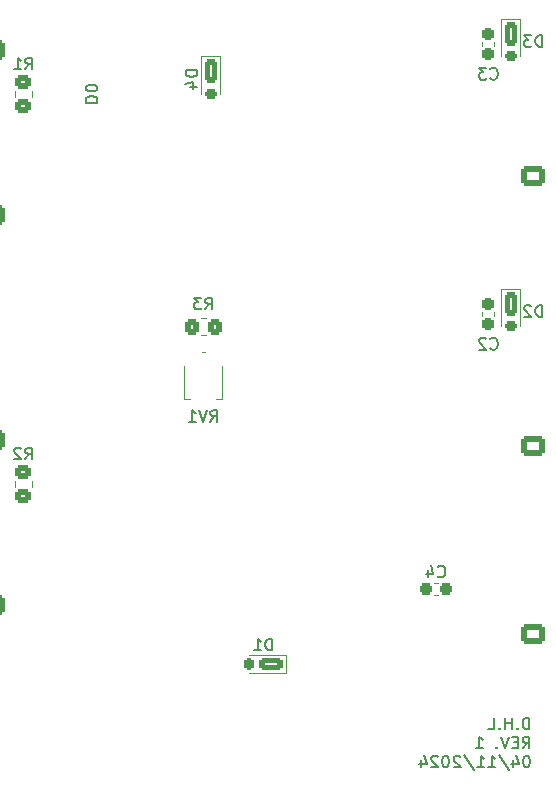
<source format=gbo>
G04 #@! TF.GenerationSoftware,KiCad,Pcbnew,7.0.8*
G04 #@! TF.CreationDate,2024-03-11T02:55:17-07:00*
G04 #@! TF.ProjectId,oc_v1,6f635f76-312e-46b6-9963-61645f706362,1*
G04 #@! TF.SameCoordinates,Original*
G04 #@! TF.FileFunction,Legend,Bot*
G04 #@! TF.FilePolarity,Positive*
%FSLAX46Y46*%
G04 Gerber Fmt 4.6, Leading zero omitted, Abs format (unit mm)*
G04 Created by KiCad (PCBNEW 7.0.8) date 2024-03-11 02:55:17*
%MOMM*%
%LPD*%
G01*
G04 APERTURE LIST*
G04 Aperture macros list*
%AMRoundRect*
0 Rectangle with rounded corners*
0 $1 Rounding radius*
0 $2 $3 $4 $5 $6 $7 $8 $9 X,Y pos of 4 corners*
0 Add a 4 corners polygon primitive as box body*
4,1,4,$2,$3,$4,$5,$6,$7,$8,$9,$2,$3,0*
0 Add four circle primitives for the rounded corners*
1,1,$1+$1,$2,$3*
1,1,$1+$1,$4,$5*
1,1,$1+$1,$6,$7*
1,1,$1+$1,$8,$9*
0 Add four rect primitives between the rounded corners*
20,1,$1+$1,$2,$3,$4,$5,0*
20,1,$1+$1,$4,$5,$6,$7,0*
20,1,$1+$1,$6,$7,$8,$9,0*
20,1,$1+$1,$8,$9,$2,$3,0*%
G04 Aperture macros list end*
%ADD10C,0.150000*%
%ADD11C,0.120000*%
%ADD12R,3.145000X3.145000*%
%ADD13C,3.145000*%
%ADD14RoundRect,0.250000X-0.725000X0.600000X-0.725000X-0.600000X0.725000X-0.600000X0.725000X0.600000X0*%
%ADD15O,1.950000X1.700000*%
%ADD16R,1.700000X1.700000*%
%ADD17O,1.700000X1.700000*%
%ADD18C,1.800000*%
%ADD19C,1.727200*%
%ADD20R,1.727200X1.727200*%
%ADD21RoundRect,0.250000X0.750000X-0.600000X0.750000X0.600000X-0.750000X0.600000X-0.750000X-0.600000X0*%
%ADD22O,2.000000X1.700000*%
%ADD23RoundRect,0.250000X0.725000X-0.600000X0.725000X0.600000X-0.725000X0.600000X-0.725000X-0.600000X0*%
%ADD24R,2.400000X1.600000*%
%ADD25O,2.400000X1.600000*%
%ADD26R,1.600000X1.600000*%
%ADD27C,1.600000*%
%ADD28RoundRect,0.237500X0.300000X0.237500X-0.300000X0.237500X-0.300000X-0.237500X0.300000X-0.237500X0*%
%ADD29RoundRect,0.237500X-0.237500X0.300000X-0.237500X-0.300000X0.237500X-0.300000X0.237500X0.300000X0*%
%ADD30RoundRect,0.250000X-0.350000X-0.450000X0.350000X-0.450000X0.350000X0.450000X-0.350000X0.450000X0*%
%ADD31RoundRect,0.250000X0.300000X-0.750000X0.300000X0.750000X-0.300000X0.750000X-0.300000X-0.750000X0*%
%ADD32RoundRect,0.200000X0.350000X-0.200000X0.350000X0.200000X-0.350000X0.200000X-0.350000X-0.200000X0*%
%ADD33RoundRect,0.250000X0.450000X-0.350000X0.450000X0.350000X-0.450000X0.350000X-0.450000X-0.350000X0*%
%ADD34R,1.200000X1.200000*%
%ADD35R,1.600000X1.500000*%
%ADD36RoundRect,0.250000X-0.750000X-0.300000X0.750000X-0.300000X0.750000X0.300000X-0.750000X0.300000X0*%
%ADD37RoundRect,0.200000X-0.200000X-0.350000X0.200000X-0.350000X0.200000X0.350000X-0.200000X0.350000X0*%
G04 APERTURE END LIST*
D10*
X162223220Y-108409819D02*
X162223220Y-107409819D01*
X162223220Y-107409819D02*
X161985125Y-107409819D01*
X161985125Y-107409819D02*
X161842268Y-107457438D01*
X161842268Y-107457438D02*
X161747030Y-107552676D01*
X161747030Y-107552676D02*
X161699411Y-107647914D01*
X161699411Y-107647914D02*
X161651792Y-107838390D01*
X161651792Y-107838390D02*
X161651792Y-107981247D01*
X161651792Y-107981247D02*
X161699411Y-108171723D01*
X161699411Y-108171723D02*
X161747030Y-108266961D01*
X161747030Y-108266961D02*
X161842268Y-108362200D01*
X161842268Y-108362200D02*
X161985125Y-108409819D01*
X161985125Y-108409819D02*
X162223220Y-108409819D01*
X161223220Y-108314580D02*
X161175601Y-108362200D01*
X161175601Y-108362200D02*
X161223220Y-108409819D01*
X161223220Y-108409819D02*
X161270839Y-108362200D01*
X161270839Y-108362200D02*
X161223220Y-108314580D01*
X161223220Y-108314580D02*
X161223220Y-108409819D01*
X160747030Y-108409819D02*
X160747030Y-107409819D01*
X160747030Y-107886009D02*
X160175602Y-107886009D01*
X160175602Y-108409819D02*
X160175602Y-107409819D01*
X159699411Y-108314580D02*
X159651792Y-108362200D01*
X159651792Y-108362200D02*
X159699411Y-108409819D01*
X159699411Y-108409819D02*
X159747030Y-108362200D01*
X159747030Y-108362200D02*
X159699411Y-108314580D01*
X159699411Y-108314580D02*
X159699411Y-108409819D01*
X158747031Y-108409819D02*
X159223221Y-108409819D01*
X159223221Y-108409819D02*
X159223221Y-107409819D01*
X161651792Y-110019819D02*
X161985125Y-109543628D01*
X162223220Y-110019819D02*
X162223220Y-109019819D01*
X162223220Y-109019819D02*
X161842268Y-109019819D01*
X161842268Y-109019819D02*
X161747030Y-109067438D01*
X161747030Y-109067438D02*
X161699411Y-109115057D01*
X161699411Y-109115057D02*
X161651792Y-109210295D01*
X161651792Y-109210295D02*
X161651792Y-109353152D01*
X161651792Y-109353152D02*
X161699411Y-109448390D01*
X161699411Y-109448390D02*
X161747030Y-109496009D01*
X161747030Y-109496009D02*
X161842268Y-109543628D01*
X161842268Y-109543628D02*
X162223220Y-109543628D01*
X161223220Y-109496009D02*
X160889887Y-109496009D01*
X160747030Y-110019819D02*
X161223220Y-110019819D01*
X161223220Y-110019819D02*
X161223220Y-109019819D01*
X161223220Y-109019819D02*
X160747030Y-109019819D01*
X160461315Y-109019819D02*
X160127982Y-110019819D01*
X160127982Y-110019819D02*
X159794649Y-109019819D01*
X159461315Y-109924580D02*
X159413696Y-109972200D01*
X159413696Y-109972200D02*
X159461315Y-110019819D01*
X159461315Y-110019819D02*
X159508934Y-109972200D01*
X159508934Y-109972200D02*
X159461315Y-109924580D01*
X159461315Y-109924580D02*
X159461315Y-110019819D01*
X157699411Y-110019819D02*
X158270839Y-110019819D01*
X157985125Y-110019819D02*
X157985125Y-109019819D01*
X157985125Y-109019819D02*
X158080363Y-109162676D01*
X158080363Y-109162676D02*
X158175601Y-109257914D01*
X158175601Y-109257914D02*
X158270839Y-109305533D01*
X162032744Y-110629819D02*
X161937506Y-110629819D01*
X161937506Y-110629819D02*
X161842268Y-110677438D01*
X161842268Y-110677438D02*
X161794649Y-110725057D01*
X161794649Y-110725057D02*
X161747030Y-110820295D01*
X161747030Y-110820295D02*
X161699411Y-111010771D01*
X161699411Y-111010771D02*
X161699411Y-111248866D01*
X161699411Y-111248866D02*
X161747030Y-111439342D01*
X161747030Y-111439342D02*
X161794649Y-111534580D01*
X161794649Y-111534580D02*
X161842268Y-111582200D01*
X161842268Y-111582200D02*
X161937506Y-111629819D01*
X161937506Y-111629819D02*
X162032744Y-111629819D01*
X162032744Y-111629819D02*
X162127982Y-111582200D01*
X162127982Y-111582200D02*
X162175601Y-111534580D01*
X162175601Y-111534580D02*
X162223220Y-111439342D01*
X162223220Y-111439342D02*
X162270839Y-111248866D01*
X162270839Y-111248866D02*
X162270839Y-111010771D01*
X162270839Y-111010771D02*
X162223220Y-110820295D01*
X162223220Y-110820295D02*
X162175601Y-110725057D01*
X162175601Y-110725057D02*
X162127982Y-110677438D01*
X162127982Y-110677438D02*
X162032744Y-110629819D01*
X160842268Y-110963152D02*
X160842268Y-111629819D01*
X161080363Y-110582200D02*
X161318458Y-111296485D01*
X161318458Y-111296485D02*
X160699411Y-111296485D01*
X159604173Y-110582200D02*
X160461315Y-111867914D01*
X158747030Y-111629819D02*
X159318458Y-111629819D01*
X159032744Y-111629819D02*
X159032744Y-110629819D01*
X159032744Y-110629819D02*
X159127982Y-110772676D01*
X159127982Y-110772676D02*
X159223220Y-110867914D01*
X159223220Y-110867914D02*
X159318458Y-110915533D01*
X157794649Y-111629819D02*
X158366077Y-111629819D01*
X158080363Y-111629819D02*
X158080363Y-110629819D01*
X158080363Y-110629819D02*
X158175601Y-110772676D01*
X158175601Y-110772676D02*
X158270839Y-110867914D01*
X158270839Y-110867914D02*
X158366077Y-110915533D01*
X156651792Y-110582200D02*
X157508934Y-111867914D01*
X156366077Y-110725057D02*
X156318458Y-110677438D01*
X156318458Y-110677438D02*
X156223220Y-110629819D01*
X156223220Y-110629819D02*
X155985125Y-110629819D01*
X155985125Y-110629819D02*
X155889887Y-110677438D01*
X155889887Y-110677438D02*
X155842268Y-110725057D01*
X155842268Y-110725057D02*
X155794649Y-110820295D01*
X155794649Y-110820295D02*
X155794649Y-110915533D01*
X155794649Y-110915533D02*
X155842268Y-111058390D01*
X155842268Y-111058390D02*
X156413696Y-111629819D01*
X156413696Y-111629819D02*
X155794649Y-111629819D01*
X155175601Y-110629819D02*
X155080363Y-110629819D01*
X155080363Y-110629819D02*
X154985125Y-110677438D01*
X154985125Y-110677438D02*
X154937506Y-110725057D01*
X154937506Y-110725057D02*
X154889887Y-110820295D01*
X154889887Y-110820295D02*
X154842268Y-111010771D01*
X154842268Y-111010771D02*
X154842268Y-111248866D01*
X154842268Y-111248866D02*
X154889887Y-111439342D01*
X154889887Y-111439342D02*
X154937506Y-111534580D01*
X154937506Y-111534580D02*
X154985125Y-111582200D01*
X154985125Y-111582200D02*
X155080363Y-111629819D01*
X155080363Y-111629819D02*
X155175601Y-111629819D01*
X155175601Y-111629819D02*
X155270839Y-111582200D01*
X155270839Y-111582200D02*
X155318458Y-111534580D01*
X155318458Y-111534580D02*
X155366077Y-111439342D01*
X155366077Y-111439342D02*
X155413696Y-111248866D01*
X155413696Y-111248866D02*
X155413696Y-111010771D01*
X155413696Y-111010771D02*
X155366077Y-110820295D01*
X155366077Y-110820295D02*
X155318458Y-110725057D01*
X155318458Y-110725057D02*
X155270839Y-110677438D01*
X155270839Y-110677438D02*
X155175601Y-110629819D01*
X154461315Y-110725057D02*
X154413696Y-110677438D01*
X154413696Y-110677438D02*
X154318458Y-110629819D01*
X154318458Y-110629819D02*
X154080363Y-110629819D01*
X154080363Y-110629819D02*
X153985125Y-110677438D01*
X153985125Y-110677438D02*
X153937506Y-110725057D01*
X153937506Y-110725057D02*
X153889887Y-110820295D01*
X153889887Y-110820295D02*
X153889887Y-110915533D01*
X153889887Y-110915533D02*
X153937506Y-111058390D01*
X153937506Y-111058390D02*
X154508934Y-111629819D01*
X154508934Y-111629819D02*
X153889887Y-111629819D01*
X153032744Y-110963152D02*
X153032744Y-111629819D01*
X153270839Y-110582200D02*
X153508934Y-111296485D01*
X153508934Y-111296485D02*
X152889887Y-111296485D01*
X124640180Y-55348094D02*
X125640180Y-55348094D01*
X125640180Y-55348094D02*
X125640180Y-55109999D01*
X125640180Y-55109999D02*
X125592561Y-54967142D01*
X125592561Y-54967142D02*
X125497323Y-54871904D01*
X125497323Y-54871904D02*
X125402085Y-54824285D01*
X125402085Y-54824285D02*
X125211609Y-54776666D01*
X125211609Y-54776666D02*
X125068752Y-54776666D01*
X125068752Y-54776666D02*
X124878276Y-54824285D01*
X124878276Y-54824285D02*
X124783038Y-54871904D01*
X124783038Y-54871904D02*
X124687800Y-54967142D01*
X124687800Y-54967142D02*
X124640180Y-55109999D01*
X124640180Y-55109999D02*
X124640180Y-55348094D01*
X125640180Y-54157618D02*
X125640180Y-54062380D01*
X125640180Y-54062380D02*
X125592561Y-53967142D01*
X125592561Y-53967142D02*
X125544942Y-53919523D01*
X125544942Y-53919523D02*
X125449704Y-53871904D01*
X125449704Y-53871904D02*
X125259228Y-53824285D01*
X125259228Y-53824285D02*
X125021133Y-53824285D01*
X125021133Y-53824285D02*
X124830657Y-53871904D01*
X124830657Y-53871904D02*
X124735419Y-53919523D01*
X124735419Y-53919523D02*
X124687800Y-53967142D01*
X124687800Y-53967142D02*
X124640180Y-54062380D01*
X124640180Y-54062380D02*
X124640180Y-54157618D01*
X124640180Y-54157618D02*
X124687800Y-54252856D01*
X124687800Y-54252856D02*
X124735419Y-54300475D01*
X124735419Y-54300475D02*
X124830657Y-54348094D01*
X124830657Y-54348094D02*
X125021133Y-54395713D01*
X125021133Y-54395713D02*
X125259228Y-54395713D01*
X125259228Y-54395713D02*
X125449704Y-54348094D01*
X125449704Y-54348094D02*
X125544942Y-54300475D01*
X125544942Y-54300475D02*
X125592561Y-54252856D01*
X125592561Y-54252856D02*
X125640180Y-54157618D01*
X154471666Y-95449580D02*
X154519285Y-95497200D01*
X154519285Y-95497200D02*
X154662142Y-95544819D01*
X154662142Y-95544819D02*
X154757380Y-95544819D01*
X154757380Y-95544819D02*
X154900237Y-95497200D01*
X154900237Y-95497200D02*
X154995475Y-95401961D01*
X154995475Y-95401961D02*
X155043094Y-95306723D01*
X155043094Y-95306723D02*
X155090713Y-95116247D01*
X155090713Y-95116247D02*
X155090713Y-94973390D01*
X155090713Y-94973390D02*
X155043094Y-94782914D01*
X155043094Y-94782914D02*
X154995475Y-94687676D01*
X154995475Y-94687676D02*
X154900237Y-94592438D01*
X154900237Y-94592438D02*
X154757380Y-94544819D01*
X154757380Y-94544819D02*
X154662142Y-94544819D01*
X154662142Y-94544819D02*
X154519285Y-94592438D01*
X154519285Y-94592438D02*
X154471666Y-94640057D01*
X153614523Y-94878152D02*
X153614523Y-95544819D01*
X153852618Y-94497200D02*
X154090713Y-95211485D01*
X154090713Y-95211485D02*
X153471666Y-95211485D01*
X158916666Y-76152080D02*
X158964285Y-76199700D01*
X158964285Y-76199700D02*
X159107142Y-76247319D01*
X159107142Y-76247319D02*
X159202380Y-76247319D01*
X159202380Y-76247319D02*
X159345237Y-76199700D01*
X159345237Y-76199700D02*
X159440475Y-76104461D01*
X159440475Y-76104461D02*
X159488094Y-76009223D01*
X159488094Y-76009223D02*
X159535713Y-75818747D01*
X159535713Y-75818747D02*
X159535713Y-75675890D01*
X159535713Y-75675890D02*
X159488094Y-75485414D01*
X159488094Y-75485414D02*
X159440475Y-75390176D01*
X159440475Y-75390176D02*
X159345237Y-75294938D01*
X159345237Y-75294938D02*
X159202380Y-75247319D01*
X159202380Y-75247319D02*
X159107142Y-75247319D01*
X159107142Y-75247319D02*
X158964285Y-75294938D01*
X158964285Y-75294938D02*
X158916666Y-75342557D01*
X158535713Y-75342557D02*
X158488094Y-75294938D01*
X158488094Y-75294938D02*
X158392856Y-75247319D01*
X158392856Y-75247319D02*
X158154761Y-75247319D01*
X158154761Y-75247319D02*
X158059523Y-75294938D01*
X158059523Y-75294938D02*
X158011904Y-75342557D01*
X158011904Y-75342557D02*
X157964285Y-75437795D01*
X157964285Y-75437795D02*
X157964285Y-75533033D01*
X157964285Y-75533033D02*
X158011904Y-75675890D01*
X158011904Y-75675890D02*
X158583332Y-76247319D01*
X158583332Y-76247319D02*
X157964285Y-76247319D01*
X134786666Y-72844819D02*
X135119999Y-72368628D01*
X135358094Y-72844819D02*
X135358094Y-71844819D01*
X135358094Y-71844819D02*
X134977142Y-71844819D01*
X134977142Y-71844819D02*
X134881904Y-71892438D01*
X134881904Y-71892438D02*
X134834285Y-71940057D01*
X134834285Y-71940057D02*
X134786666Y-72035295D01*
X134786666Y-72035295D02*
X134786666Y-72178152D01*
X134786666Y-72178152D02*
X134834285Y-72273390D01*
X134834285Y-72273390D02*
X134881904Y-72321009D01*
X134881904Y-72321009D02*
X134977142Y-72368628D01*
X134977142Y-72368628D02*
X135358094Y-72368628D01*
X134453332Y-71844819D02*
X133834285Y-71844819D01*
X133834285Y-71844819D02*
X134167618Y-72225771D01*
X134167618Y-72225771D02*
X134024761Y-72225771D01*
X134024761Y-72225771D02*
X133929523Y-72273390D01*
X133929523Y-72273390D02*
X133881904Y-72321009D01*
X133881904Y-72321009D02*
X133834285Y-72416247D01*
X133834285Y-72416247D02*
X133834285Y-72654342D01*
X133834285Y-72654342D02*
X133881904Y-72749580D01*
X133881904Y-72749580D02*
X133929523Y-72797200D01*
X133929523Y-72797200D02*
X134024761Y-72844819D01*
X134024761Y-72844819D02*
X134310475Y-72844819D01*
X134310475Y-72844819D02*
X134405713Y-72797200D01*
X134405713Y-72797200D02*
X134453332Y-72749580D01*
X163298094Y-50634819D02*
X163298094Y-49634819D01*
X163298094Y-49634819D02*
X163059999Y-49634819D01*
X163059999Y-49634819D02*
X162917142Y-49682438D01*
X162917142Y-49682438D02*
X162821904Y-49777676D01*
X162821904Y-49777676D02*
X162774285Y-49872914D01*
X162774285Y-49872914D02*
X162726666Y-50063390D01*
X162726666Y-50063390D02*
X162726666Y-50206247D01*
X162726666Y-50206247D02*
X162774285Y-50396723D01*
X162774285Y-50396723D02*
X162821904Y-50491961D01*
X162821904Y-50491961D02*
X162917142Y-50587200D01*
X162917142Y-50587200D02*
X163059999Y-50634819D01*
X163059999Y-50634819D02*
X163298094Y-50634819D01*
X162393332Y-49634819D02*
X161774285Y-49634819D01*
X161774285Y-49634819D02*
X162107618Y-50015771D01*
X162107618Y-50015771D02*
X161964761Y-50015771D01*
X161964761Y-50015771D02*
X161869523Y-50063390D01*
X161869523Y-50063390D02*
X161821904Y-50111009D01*
X161821904Y-50111009D02*
X161774285Y-50206247D01*
X161774285Y-50206247D02*
X161774285Y-50444342D01*
X161774285Y-50444342D02*
X161821904Y-50539580D01*
X161821904Y-50539580D02*
X161869523Y-50587200D01*
X161869523Y-50587200D02*
X161964761Y-50634819D01*
X161964761Y-50634819D02*
X162250475Y-50634819D01*
X162250475Y-50634819D02*
X162345713Y-50587200D01*
X162345713Y-50587200D02*
X162393332Y-50539580D01*
X163298094Y-73494819D02*
X163298094Y-72494819D01*
X163298094Y-72494819D02*
X163059999Y-72494819D01*
X163059999Y-72494819D02*
X162917142Y-72542438D01*
X162917142Y-72542438D02*
X162821904Y-72637676D01*
X162821904Y-72637676D02*
X162774285Y-72732914D01*
X162774285Y-72732914D02*
X162726666Y-72923390D01*
X162726666Y-72923390D02*
X162726666Y-73066247D01*
X162726666Y-73066247D02*
X162774285Y-73256723D01*
X162774285Y-73256723D02*
X162821904Y-73351961D01*
X162821904Y-73351961D02*
X162917142Y-73447200D01*
X162917142Y-73447200D02*
X163059999Y-73494819D01*
X163059999Y-73494819D02*
X163298094Y-73494819D01*
X162345713Y-72590057D02*
X162298094Y-72542438D01*
X162298094Y-72542438D02*
X162202856Y-72494819D01*
X162202856Y-72494819D02*
X161964761Y-72494819D01*
X161964761Y-72494819D02*
X161869523Y-72542438D01*
X161869523Y-72542438D02*
X161821904Y-72590057D01*
X161821904Y-72590057D02*
X161774285Y-72685295D01*
X161774285Y-72685295D02*
X161774285Y-72780533D01*
X161774285Y-72780533D02*
X161821904Y-72923390D01*
X161821904Y-72923390D02*
X162393332Y-73494819D01*
X162393332Y-73494819D02*
X161774285Y-73494819D01*
X119546666Y-85544819D02*
X119879999Y-85068628D01*
X120118094Y-85544819D02*
X120118094Y-84544819D01*
X120118094Y-84544819D02*
X119737142Y-84544819D01*
X119737142Y-84544819D02*
X119641904Y-84592438D01*
X119641904Y-84592438D02*
X119594285Y-84640057D01*
X119594285Y-84640057D02*
X119546666Y-84735295D01*
X119546666Y-84735295D02*
X119546666Y-84878152D01*
X119546666Y-84878152D02*
X119594285Y-84973390D01*
X119594285Y-84973390D02*
X119641904Y-85021009D01*
X119641904Y-85021009D02*
X119737142Y-85068628D01*
X119737142Y-85068628D02*
X120118094Y-85068628D01*
X119165713Y-84640057D02*
X119118094Y-84592438D01*
X119118094Y-84592438D02*
X119022856Y-84544819D01*
X119022856Y-84544819D02*
X118784761Y-84544819D01*
X118784761Y-84544819D02*
X118689523Y-84592438D01*
X118689523Y-84592438D02*
X118641904Y-84640057D01*
X118641904Y-84640057D02*
X118594285Y-84735295D01*
X118594285Y-84735295D02*
X118594285Y-84830533D01*
X118594285Y-84830533D02*
X118641904Y-84973390D01*
X118641904Y-84973390D02*
X119213332Y-85544819D01*
X119213332Y-85544819D02*
X118594285Y-85544819D01*
X135215238Y-82369819D02*
X135548571Y-81893628D01*
X135786666Y-82369819D02*
X135786666Y-81369819D01*
X135786666Y-81369819D02*
X135405714Y-81369819D01*
X135405714Y-81369819D02*
X135310476Y-81417438D01*
X135310476Y-81417438D02*
X135262857Y-81465057D01*
X135262857Y-81465057D02*
X135215238Y-81560295D01*
X135215238Y-81560295D02*
X135215238Y-81703152D01*
X135215238Y-81703152D02*
X135262857Y-81798390D01*
X135262857Y-81798390D02*
X135310476Y-81846009D01*
X135310476Y-81846009D02*
X135405714Y-81893628D01*
X135405714Y-81893628D02*
X135786666Y-81893628D01*
X134929523Y-81369819D02*
X134596190Y-82369819D01*
X134596190Y-82369819D02*
X134262857Y-81369819D01*
X133405714Y-82369819D02*
X133977142Y-82369819D01*
X133691428Y-82369819D02*
X133691428Y-81369819D01*
X133691428Y-81369819D02*
X133786666Y-81512676D01*
X133786666Y-81512676D02*
X133881904Y-81607914D01*
X133881904Y-81607914D02*
X133977142Y-81655533D01*
X158916666Y-53292080D02*
X158964285Y-53339700D01*
X158964285Y-53339700D02*
X159107142Y-53387319D01*
X159107142Y-53387319D02*
X159202380Y-53387319D01*
X159202380Y-53387319D02*
X159345237Y-53339700D01*
X159345237Y-53339700D02*
X159440475Y-53244461D01*
X159440475Y-53244461D02*
X159488094Y-53149223D01*
X159488094Y-53149223D02*
X159535713Y-52958747D01*
X159535713Y-52958747D02*
X159535713Y-52815890D01*
X159535713Y-52815890D02*
X159488094Y-52625414D01*
X159488094Y-52625414D02*
X159440475Y-52530176D01*
X159440475Y-52530176D02*
X159345237Y-52434938D01*
X159345237Y-52434938D02*
X159202380Y-52387319D01*
X159202380Y-52387319D02*
X159107142Y-52387319D01*
X159107142Y-52387319D02*
X158964285Y-52434938D01*
X158964285Y-52434938D02*
X158916666Y-52482557D01*
X158583332Y-52387319D02*
X157964285Y-52387319D01*
X157964285Y-52387319D02*
X158297618Y-52768271D01*
X158297618Y-52768271D02*
X158154761Y-52768271D01*
X158154761Y-52768271D02*
X158059523Y-52815890D01*
X158059523Y-52815890D02*
X158011904Y-52863509D01*
X158011904Y-52863509D02*
X157964285Y-52958747D01*
X157964285Y-52958747D02*
X157964285Y-53196842D01*
X157964285Y-53196842D02*
X158011904Y-53292080D01*
X158011904Y-53292080D02*
X158059523Y-53339700D01*
X158059523Y-53339700D02*
X158154761Y-53387319D01*
X158154761Y-53387319D02*
X158440475Y-53387319D01*
X158440475Y-53387319D02*
X158535713Y-53339700D01*
X158535713Y-53339700D02*
X158583332Y-53292080D01*
X140438094Y-101724819D02*
X140438094Y-100724819D01*
X140438094Y-100724819D02*
X140199999Y-100724819D01*
X140199999Y-100724819D02*
X140057142Y-100772438D01*
X140057142Y-100772438D02*
X139961904Y-100867676D01*
X139961904Y-100867676D02*
X139914285Y-100962914D01*
X139914285Y-100962914D02*
X139866666Y-101153390D01*
X139866666Y-101153390D02*
X139866666Y-101296247D01*
X139866666Y-101296247D02*
X139914285Y-101486723D01*
X139914285Y-101486723D02*
X139961904Y-101581961D01*
X139961904Y-101581961D02*
X140057142Y-101677200D01*
X140057142Y-101677200D02*
X140199999Y-101724819D01*
X140199999Y-101724819D02*
X140438094Y-101724819D01*
X138914285Y-101724819D02*
X139485713Y-101724819D01*
X139199999Y-101724819D02*
X139199999Y-100724819D01*
X139199999Y-100724819D02*
X139295237Y-100867676D01*
X139295237Y-100867676D02*
X139390475Y-100962914D01*
X139390475Y-100962914D02*
X139485713Y-101010533D01*
X134109819Y-52601905D02*
X133109819Y-52601905D01*
X133109819Y-52601905D02*
X133109819Y-52840000D01*
X133109819Y-52840000D02*
X133157438Y-52982857D01*
X133157438Y-52982857D02*
X133252676Y-53078095D01*
X133252676Y-53078095D02*
X133347914Y-53125714D01*
X133347914Y-53125714D02*
X133538390Y-53173333D01*
X133538390Y-53173333D02*
X133681247Y-53173333D01*
X133681247Y-53173333D02*
X133871723Y-53125714D01*
X133871723Y-53125714D02*
X133966961Y-53078095D01*
X133966961Y-53078095D02*
X134062200Y-52982857D01*
X134062200Y-52982857D02*
X134109819Y-52840000D01*
X134109819Y-52840000D02*
X134109819Y-52601905D01*
X133443152Y-54030476D02*
X134109819Y-54030476D01*
X133062200Y-53792381D02*
X133776485Y-53554286D01*
X133776485Y-53554286D02*
X133776485Y-54173333D01*
X119546666Y-52524819D02*
X119879999Y-52048628D01*
X120118094Y-52524819D02*
X120118094Y-51524819D01*
X120118094Y-51524819D02*
X119737142Y-51524819D01*
X119737142Y-51524819D02*
X119641904Y-51572438D01*
X119641904Y-51572438D02*
X119594285Y-51620057D01*
X119594285Y-51620057D02*
X119546666Y-51715295D01*
X119546666Y-51715295D02*
X119546666Y-51858152D01*
X119546666Y-51858152D02*
X119594285Y-51953390D01*
X119594285Y-51953390D02*
X119641904Y-52001009D01*
X119641904Y-52001009D02*
X119737142Y-52048628D01*
X119737142Y-52048628D02*
X120118094Y-52048628D01*
X118594285Y-52524819D02*
X119165713Y-52524819D01*
X118879999Y-52524819D02*
X118879999Y-51524819D01*
X118879999Y-51524819D02*
X118975237Y-51667676D01*
X118975237Y-51667676D02*
X119070475Y-51762914D01*
X119070475Y-51762914D02*
X119165713Y-51810533D01*
D11*
X154451267Y-97030000D02*
X154158733Y-97030000D01*
X154451267Y-96010000D02*
X154158733Y-96010000D01*
X159260000Y-73106233D02*
X159260000Y-73398767D01*
X158240000Y-73106233D02*
X158240000Y-73398767D01*
X134392936Y-73560000D02*
X134847064Y-73560000D01*
X134392936Y-75030000D02*
X134847064Y-75030000D01*
X161455000Y-48270000D02*
X159855000Y-48270000D01*
X159855000Y-48270000D02*
X159855000Y-51430000D01*
X161455000Y-51430000D02*
X161455000Y-48270000D01*
X161455000Y-71130000D02*
X159855000Y-71130000D01*
X159855000Y-71130000D02*
X159855000Y-74290000D01*
X161455000Y-74290000D02*
X161455000Y-71130000D01*
X118645000Y-87857064D02*
X118645000Y-87402936D01*
X120115000Y-87857064D02*
X120115000Y-87402936D01*
X136230000Y-80470000D02*
X135720000Y-80470000D01*
X136230000Y-77660000D02*
X136230000Y-80470000D01*
X134770000Y-76450000D02*
X134470000Y-76450000D01*
X133520000Y-80470000D02*
X133010000Y-80470000D01*
X133010000Y-77660000D02*
X133010000Y-80470000D01*
X159260000Y-50246233D02*
X159260000Y-50538767D01*
X158240000Y-50246233D02*
X158240000Y-50538767D01*
X141610000Y-103670000D02*
X141610000Y-102070000D01*
X141610000Y-102070000D02*
X138450000Y-102070000D01*
X138450000Y-103670000D02*
X141610000Y-103670000D01*
X136055000Y-51430000D02*
X134455000Y-51430000D01*
X134455000Y-51430000D02*
X134455000Y-54590000D01*
X136055000Y-54590000D02*
X136055000Y-51430000D01*
X118645000Y-54837064D02*
X118645000Y-54382936D01*
X120115000Y-54837064D02*
X120115000Y-54382936D01*
%LPC*%
D12*
X143825000Y-103745000D03*
D13*
X135575000Y-103745000D03*
D14*
X116840000Y-50860000D03*
D15*
X116840000Y-53360000D03*
X116840000Y-55860000D03*
X116840000Y-58360000D03*
D16*
X143510000Y-72390000D03*
D17*
X143510000Y-74930000D03*
X143510000Y-77470000D03*
X143510000Y-80010000D03*
X143510000Y-82550000D03*
X143510000Y-85090000D03*
X143510000Y-87630000D03*
X143510000Y-90170000D03*
X156210000Y-90170000D03*
X156210000Y-87630000D03*
X156210000Y-85090000D03*
X156210000Y-82550000D03*
X156210000Y-80010000D03*
X156210000Y-77470000D03*
X156210000Y-74930000D03*
X156210000Y-72390000D03*
D18*
X123190000Y-49530000D03*
X123190000Y-90170000D03*
X138430000Y-49530000D03*
X138430000Y-90170000D03*
D19*
X138430000Y-85090000D03*
X138430000Y-59690000D03*
X138430000Y-80010000D03*
X138430000Y-77470000D03*
X138430000Y-74930000D03*
X138430000Y-72390000D03*
X138430000Y-69850000D03*
X138430000Y-67310000D03*
X138430000Y-64770000D03*
X138430000Y-62230000D03*
X138430000Y-82550000D03*
X138430000Y-57150000D03*
X123190000Y-54610000D03*
X123190000Y-52070000D03*
X123190000Y-62230000D03*
X123190000Y-64770000D03*
X123190000Y-67310000D03*
X123190000Y-69850000D03*
X123190000Y-72390000D03*
X123190000Y-74930000D03*
X123190000Y-77470000D03*
X123190000Y-80010000D03*
X123190000Y-82550000D03*
X123190000Y-85090000D03*
X123190000Y-87630000D03*
X138430000Y-87630000D03*
D20*
X123190000Y-59690000D03*
X138430000Y-54610000D03*
D19*
X123190000Y-57150000D03*
X138430000Y-52070000D03*
D14*
X116840000Y-97890000D03*
D15*
X116840000Y-100390000D03*
X116840000Y-102890000D03*
X116840000Y-105390000D03*
X116840000Y-107890000D03*
X116840000Y-110390000D03*
D14*
X116840000Y-83880000D03*
D15*
X116840000Y-86380000D03*
X116840000Y-88880000D03*
X116840000Y-91380000D03*
D21*
X162560000Y-100310000D03*
D22*
X162560000Y-97810000D03*
D23*
X162560000Y-61535000D03*
D15*
X162560000Y-59035000D03*
X162560000Y-56535000D03*
X162560000Y-54035000D03*
D23*
X162560000Y-84395000D03*
D15*
X162560000Y-81895000D03*
X162560000Y-79395000D03*
X162560000Y-76895000D03*
D24*
X158105000Y-102860000D03*
D25*
X158105000Y-100320000D03*
X158105000Y-97780000D03*
X158105000Y-95240000D03*
X150485000Y-95240000D03*
X150485000Y-97780000D03*
X150485000Y-100320000D03*
X150485000Y-102860000D03*
D16*
X143510000Y-49530000D03*
D17*
X143510000Y-52070000D03*
X143510000Y-54610000D03*
X143510000Y-57150000D03*
X143510000Y-59690000D03*
X143510000Y-62230000D03*
X143510000Y-64770000D03*
X143510000Y-67310000D03*
X156210000Y-67310000D03*
X156210000Y-64770000D03*
X156210000Y-62230000D03*
X156210000Y-59690000D03*
X156210000Y-57150000D03*
X156210000Y-54610000D03*
X156210000Y-52070000D03*
X156210000Y-49530000D03*
D14*
X116840000Y-64870000D03*
D15*
X116840000Y-67370000D03*
X116840000Y-69870000D03*
X116840000Y-72370000D03*
X116840000Y-74870000D03*
X116840000Y-77370000D03*
D26*
X127000000Y-95564888D03*
D27*
X127000000Y-98064888D03*
D28*
X155167500Y-96520000D03*
X153442500Y-96520000D03*
D29*
X158750000Y-72390000D03*
X158750000Y-74115000D03*
D30*
X133620000Y-74295000D03*
X135620000Y-74295000D03*
D31*
X160655000Y-49530000D03*
D32*
X160655000Y-51430000D03*
D31*
X160655000Y-72390000D03*
D32*
X160655000Y-74290000D03*
D33*
X119380000Y-88630000D03*
X119380000Y-86630000D03*
D34*
X135620000Y-76760000D03*
D35*
X134620000Y-80010000D03*
D34*
X133620000Y-76760000D03*
D29*
X158750000Y-49530000D03*
X158750000Y-51255000D03*
D36*
X140350000Y-102870000D03*
D37*
X138450000Y-102870000D03*
D31*
X135255000Y-52690000D03*
D32*
X135255000Y-54590000D03*
D33*
X119380000Y-55610000D03*
X119380000Y-53610000D03*
%LPD*%
M02*

</source>
